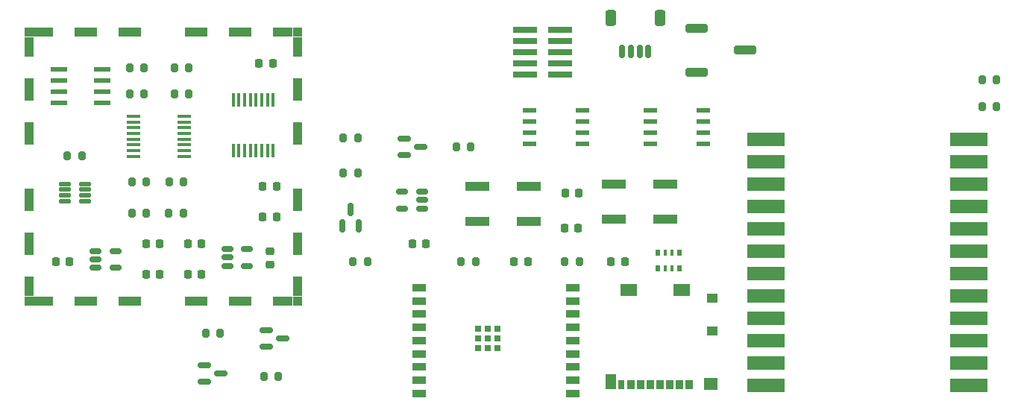
<source format=gtp>
G04 #@! TF.GenerationSoftware,KiCad,Pcbnew,8.0.6*
G04 #@! TF.CreationDate,2024-12-07T17:37:36-08:00*
G04 #@! TF.ProjectId,Soil Power Sensor,536f696c-2050-46f7-9765-722053656e73,2.2.3*
G04 #@! TF.SameCoordinates,Original*
G04 #@! TF.FileFunction,Paste,Top*
G04 #@! TF.FilePolarity,Positive*
%FSLAX46Y46*%
G04 Gerber Fmt 4.6, Leading zero omitted, Abs format (unit mm)*
G04 Created by KiCad (PCBNEW 8.0.6) date 2024-12-07 17:37:36*
%MOMM*%
%LPD*%
G01*
G04 APERTURE LIST*
G04 Aperture macros list*
%AMRoundRect*
0 Rectangle with rounded corners*
0 $1 Rounding radius*
0 $2 $3 $4 $5 $6 $7 $8 $9 X,Y pos of 4 corners*
0 Add a 4 corners polygon primitive as box body*
4,1,4,$2,$3,$4,$5,$6,$7,$8,$9,$2,$3,0*
0 Add four circle primitives for the rounded corners*
1,1,$1+$1,$2,$3*
1,1,$1+$1,$4,$5*
1,1,$1+$1,$6,$7*
1,1,$1+$1,$8,$9*
0 Add four rect primitives between the rounded corners*
20,1,$1+$1,$2,$3,$4,$5,0*
20,1,$1+$1,$4,$5,$6,$7,0*
20,1,$1+$1,$6,$7,$8,$9,0*
20,1,$1+$1,$8,$9,$2,$3,0*%
G04 Aperture macros list end*
%ADD10RoundRect,0.200000X-0.200000X-0.275000X0.200000X-0.275000X0.200000X0.275000X-0.200000X0.275000X0*%
%ADD11RoundRect,0.225000X-0.225000X-0.250000X0.225000X-0.250000X0.225000X0.250000X-0.225000X0.250000X0*%
%ADD12RoundRect,0.225000X0.225000X0.250000X-0.225000X0.250000X-0.225000X-0.250000X0.225000X-0.250000X0*%
%ADD13RoundRect,0.150000X-0.587500X-0.150000X0.587500X-0.150000X0.587500X0.150000X-0.587500X0.150000X0*%
%ADD14RoundRect,0.200000X0.200000X0.275000X-0.200000X0.275000X-0.200000X-0.275000X0.200000X-0.275000X0*%
%ADD15R,1.980000X0.530000*%
%ADD16RoundRect,0.150000X0.150000X0.625000X-0.150000X0.625000X-0.150000X-0.625000X0.150000X-0.625000X0*%
%ADD17RoundRect,0.250000X0.350000X0.650000X-0.350000X0.650000X-0.350000X-0.650000X0.350000X-0.650000X0*%
%ADD18RoundRect,0.125000X-0.537500X-0.125000X0.537500X-0.125000X0.537500X0.125000X-0.537500X0.125000X0*%
%ADD19R,4.300000X1.650000*%
%ADD20RoundRect,0.150000X-0.512500X-0.150000X0.512500X-0.150000X0.512500X0.150000X-0.512500X0.150000X0*%
%ADD21R,2.800000X1.000000*%
%ADD22R,1.500000X0.900000*%
%ADD23R,0.700000X0.700000*%
%ADD24R,0.500000X0.800000*%
%ADD25R,0.400000X0.800000*%
%ADD26R,1.000000X1.000000*%
%ADD27R,1.000000X2.300000*%
%ADD28R,1.000000X2.600000*%
%ADD29R,2.300000X1.000000*%
%ADD30R,2.600000X1.000000*%
%ADD31RoundRect,0.051250X-0.733750X-0.153750X0.733750X-0.153750X0.733750X0.153750X-0.733750X0.153750X0*%
%ADD32RoundRect,0.150000X0.512500X0.150000X-0.512500X0.150000X-0.512500X-0.150000X0.512500X-0.150000X0*%
%ADD33R,2.770000X0.650000*%
%ADD34R,0.850000X1.100000*%
%ADD35R,0.750000X1.100000*%
%ADD36R,1.200000X1.000000*%
%ADD37R,1.550000X1.350000*%
%ADD38R,1.900000X1.350000*%
%ADD39R,1.170000X1.800000*%
%ADD40RoundRect,0.225000X-0.250000X0.225000X-0.250000X-0.225000X0.250000X-0.225000X0.250000X0.225000X0*%
%ADD41R,1.500000X0.600000*%
%ADD42RoundRect,0.250000X-1.000000X-0.250000X1.000000X-0.250000X1.000000X0.250000X-1.000000X0.250000X0*%
%ADD43RoundRect,0.150000X0.150000X-0.587500X0.150000X0.587500X-0.150000X0.587500X-0.150000X-0.587500X0*%
%ADD44R,0.450000X1.500000*%
G04 APERTURE END LIST*
D10*
X149675000Y-57000000D03*
X151325000Y-57000000D03*
D11*
X159725000Y-67500000D03*
X161275000Y-67500000D03*
D12*
X152775000Y-74000000D03*
X151225000Y-74000000D03*
X152775000Y-77500000D03*
X151225000Y-77500000D03*
X160850000Y-53500000D03*
X159300000Y-53500000D03*
D10*
X149040000Y-70500000D03*
X150690000Y-70500000D03*
D13*
X175800000Y-62050000D03*
X175800000Y-63950000D03*
X177675000Y-63000000D03*
D11*
X159725000Y-71000000D03*
X161275000Y-71000000D03*
D14*
X195650000Y-76000000D03*
X194000000Y-76000000D03*
D15*
X136570000Y-54190000D03*
X136570000Y-55460000D03*
X136570000Y-56730000D03*
X136570000Y-58000000D03*
X141500000Y-58000000D03*
X141500000Y-56730000D03*
X141500000Y-55460000D03*
X141500000Y-54190000D03*
D10*
X144875000Y-67000000D03*
X146525000Y-67000000D03*
D12*
X148000000Y-77500000D03*
X146450000Y-77500000D03*
D14*
X183325000Y-63000000D03*
X181675000Y-63000000D03*
D10*
X137530000Y-64000000D03*
X139180000Y-64000000D03*
X182250000Y-76000000D03*
X183900000Y-76000000D03*
D13*
X153100000Y-87800000D03*
X153100000Y-89700000D03*
X154975000Y-88750000D03*
D11*
X146450000Y-74000000D03*
X148000000Y-74000000D03*
D12*
X195574239Y-68250000D03*
X194024239Y-68250000D03*
D16*
X203500000Y-52200000D03*
X202500000Y-52200000D03*
X201500000Y-52200000D03*
X200500000Y-52200000D03*
D17*
X204800000Y-48325000D03*
X199200000Y-48325000D03*
D18*
X137225000Y-67200000D03*
X137225000Y-67850000D03*
X137225000Y-68500000D03*
X137225000Y-69150000D03*
X139500000Y-69150000D03*
X139500000Y-68500000D03*
X139500000Y-67850000D03*
X139500000Y-67200000D03*
D19*
X216843331Y-62172127D03*
X216843331Y-64712127D03*
X216843331Y-67252127D03*
X216843331Y-69792127D03*
X216843331Y-72332127D03*
X216843331Y-74872127D03*
X216843331Y-77412127D03*
X216843331Y-79952127D03*
X216843331Y-82492127D03*
X216843331Y-85032127D03*
X216843331Y-87572127D03*
X216843331Y-90112127D03*
X239843331Y-90112127D03*
X239843331Y-87572127D03*
X239843331Y-85032127D03*
X239843331Y-82492127D03*
X239843331Y-79952127D03*
X239843331Y-77412127D03*
X239843331Y-74872127D03*
X239843331Y-72332127D03*
X239843331Y-69792127D03*
X239843331Y-67252127D03*
X239843331Y-64712127D03*
X239843331Y-62172127D03*
D13*
X160100000Y-83800000D03*
X160100000Y-85700000D03*
X161975000Y-84750000D03*
D20*
X140737500Y-74840000D03*
X140737500Y-75790000D03*
X140737500Y-76740000D03*
X143012500Y-76740000D03*
X143012500Y-74840000D03*
D12*
X137775000Y-76000000D03*
X136225000Y-76000000D03*
D11*
X188250000Y-76000000D03*
X189800000Y-76000000D03*
X199250000Y-76000000D03*
X200800000Y-76000000D03*
D21*
X184100000Y-67500000D03*
X189900000Y-67500000D03*
X184100000Y-71500000D03*
X189900000Y-71500000D03*
D22*
X194950000Y-91000000D03*
X194950000Y-89500000D03*
X194950000Y-88000000D03*
X194950000Y-86500000D03*
X194950000Y-85000000D03*
X194950000Y-83500000D03*
X194950000Y-82000000D03*
X194950000Y-80500000D03*
X194950000Y-79000000D03*
X177450000Y-79000000D03*
X177450000Y-80500000D03*
X177450000Y-82000000D03*
X177450000Y-83500000D03*
X177450000Y-85000000D03*
X177450000Y-86500000D03*
X177450000Y-88000000D03*
X177450000Y-89500000D03*
X177450000Y-91000000D03*
D23*
X186340000Y-85900000D03*
X185240000Y-85900000D03*
X184140000Y-85900000D03*
X186340000Y-84800000D03*
X185240000Y-84800000D03*
X184140000Y-84800000D03*
X186340000Y-83700000D03*
X185240000Y-83700000D03*
X184140000Y-83700000D03*
D14*
X170500000Y-62000000D03*
X168850000Y-62000000D03*
D12*
X178275000Y-74000000D03*
X176725000Y-74000000D03*
D14*
X161500000Y-89100000D03*
X159850000Y-89100000D03*
D24*
X204600000Y-76800000D03*
D25*
X205400000Y-76800000D03*
X206200000Y-76800000D03*
D24*
X207000000Y-76800000D03*
X207000000Y-75000000D03*
D25*
X206200000Y-75000000D03*
X205400000Y-75000000D03*
D24*
X204600000Y-75000000D03*
D26*
X133158455Y-50000000D03*
D27*
X133158455Y-51650000D03*
D28*
X133158455Y-56500000D03*
X133158455Y-61500000D03*
X133158455Y-69000000D03*
X133158455Y-74000000D03*
D27*
X133158455Y-78850000D03*
D26*
X133158455Y-80500000D03*
D29*
X134808455Y-50000000D03*
X134808455Y-80500000D03*
D30*
X139658455Y-50000000D03*
X139658455Y-80500000D03*
X144658455Y-50000000D03*
X144658455Y-80500000D03*
X152158455Y-50000000D03*
X152158455Y-80500000D03*
X157158455Y-50000000D03*
X157158455Y-80500000D03*
D29*
X162008455Y-50000000D03*
X162008455Y-80500000D03*
D26*
X163658455Y-50000000D03*
D27*
X163658455Y-51650000D03*
D28*
X163658455Y-56500000D03*
X163658455Y-61500000D03*
X163658455Y-69000000D03*
X163658455Y-74000000D03*
D27*
X163658455Y-78850000D03*
D26*
X163658455Y-80500000D03*
D10*
X144595000Y-54000000D03*
X146245000Y-54000000D03*
D31*
X145030000Y-59525000D03*
X145030000Y-60175000D03*
X145030000Y-60825000D03*
X145030000Y-61475000D03*
X145030000Y-62125000D03*
X145030000Y-62775000D03*
X145030000Y-63425000D03*
X145030000Y-64075000D03*
X150770000Y-64075000D03*
X150770000Y-63425000D03*
X150770000Y-62775000D03*
X150770000Y-62125000D03*
X150770000Y-61475000D03*
X150770000Y-60825000D03*
X150770000Y-60175000D03*
X150770000Y-59525000D03*
D32*
X177812500Y-70000000D03*
X177812500Y-69050000D03*
X177812500Y-68100000D03*
X175537500Y-68100000D03*
X175537500Y-70000000D03*
D33*
X193500000Y-54810000D03*
X189470000Y-54810000D03*
X193500000Y-53540000D03*
X189470000Y-53540000D03*
X193500000Y-52270000D03*
X189470000Y-52270000D03*
X193500000Y-51000000D03*
X189470000Y-51000000D03*
X193500000Y-49730000D03*
X189470000Y-49730000D03*
D10*
X144595000Y-57000000D03*
X146245000Y-57000000D03*
D14*
X171625000Y-76000000D03*
X169975000Y-76000000D03*
D34*
X208105000Y-90050000D03*
X207005000Y-90050000D03*
X205905000Y-90050000D03*
X204805000Y-90050000D03*
X203705000Y-90050000D03*
X202605000Y-90050000D03*
X201505000Y-90050000D03*
D35*
X200455000Y-90050000D03*
D36*
X210740000Y-83900000D03*
X210740000Y-80200000D03*
D37*
X210565000Y-89925000D03*
D38*
X207240000Y-79225000D03*
X201270000Y-79225000D03*
D39*
X199245000Y-89700000D03*
D40*
X160565000Y-74835000D03*
X160565000Y-76385000D03*
D41*
X203750000Y-58840000D03*
X203750000Y-60110000D03*
X203750000Y-61380000D03*
X203750000Y-62650000D03*
X209750000Y-62650000D03*
X209750000Y-61380000D03*
X209750000Y-60110000D03*
X209750000Y-58840000D03*
D20*
X155680000Y-74625000D03*
X155680000Y-75575000D03*
X155680000Y-76525000D03*
X157955000Y-76525000D03*
X157955000Y-74625000D03*
D42*
X209000000Y-49500000D03*
X214500000Y-52000000D03*
X209000000Y-54500000D03*
D10*
X144850000Y-70500000D03*
X146500000Y-70500000D03*
D11*
X193975000Y-72250000D03*
X195525000Y-72250000D03*
D10*
X168850000Y-66000000D03*
X170500000Y-66000000D03*
D41*
X190000000Y-58890000D03*
X190000000Y-60160000D03*
X190000000Y-61430000D03*
X190000000Y-62700000D03*
X196000000Y-62700000D03*
X196000000Y-61430000D03*
X196000000Y-60160000D03*
X196000000Y-58890000D03*
D21*
X199600000Y-67250000D03*
X205400000Y-67250000D03*
X199600000Y-71250000D03*
X205400000Y-71250000D03*
D10*
X241375000Y-55400000D03*
X243025000Y-55400000D03*
D43*
X168725000Y-72000000D03*
X170625000Y-72000000D03*
X169675000Y-70125000D03*
D10*
X149075000Y-67000000D03*
X150725000Y-67000000D03*
X149675000Y-54000000D03*
X151325000Y-54000000D03*
D44*
X160900000Y-57665000D03*
X160250000Y-57665000D03*
X159600000Y-57665000D03*
X158950000Y-57665000D03*
X158300000Y-57665000D03*
X157650000Y-57665000D03*
X157000000Y-57665000D03*
X156350000Y-57665000D03*
X156350000Y-63465000D03*
X157000000Y-63465000D03*
X157650000Y-63465000D03*
X158300000Y-63465000D03*
X158950000Y-63465000D03*
X159600000Y-63465000D03*
X160250000Y-63465000D03*
X160900000Y-63465000D03*
D10*
X153250000Y-84200000D03*
X154900000Y-84200000D03*
D14*
X243025000Y-58400000D03*
X241375000Y-58400000D03*
M02*

</source>
